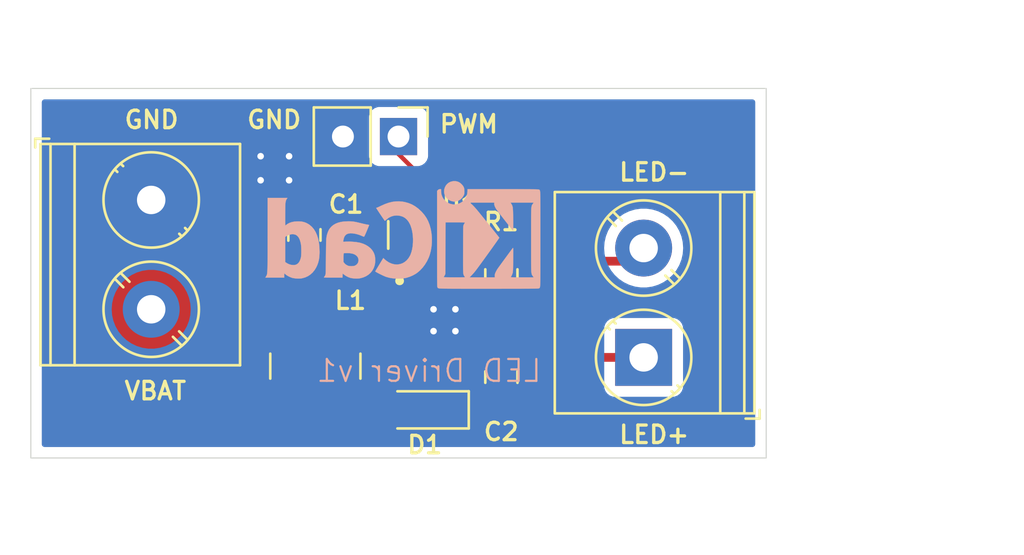
<source format=kicad_pcb>
(kicad_pcb (version 20240108) (generator "pcbnew") (generator_version "8.0")
  (title_block (title "LED Strip Driver") (date "2024-08-30") (rev "v1"))
  (layers (0 "F.Cu" signal) (31 "B.Cu" signal) (34 "B.Paste" user) (35 "F.Paste" user) (36 "B.SilkS" user "B.Silkscreen") (37 "F.SilkS" user "F.Silkscreen") (38 "B.Mask" user) (39 "F.Mask" user) (44 "Edge.Cuts" user))
  (net 0 "")
  (net 1 "GND")
  (net 2 "/VBAT")
  (net 3 "/LOAD+")
  (net 4 "/SW")
  (net 5 "/LOAD-")
  (net 6 "/PWM_CTRL")
  (footprint "Connector_PinHeader_2.54mm:PinHeader_1x02_P2.54mm_Vertical" (layer "F.Cu") (at 155.8 80.5 -90)
    (property "Reference" "J2")
    (property "Value" "Conn_01x02_Pin")
    (fp_line (start -1.33 3.87) (end 1.33 3.87) (stroke (width 0.12)) (layer "F.SilkS"))
    (fp_line (start -1.33 1.27) (end -1.33 3.87) (stroke (width 0.12)) (layer "F.SilkS"))
    (fp_line (start -1.33 1.27) (end 1.33 1.27) (stroke (width 0.12)) (layer "F.SilkS"))
    (fp_line (start 1.33 1.27) (end 1.33 3.87) (stroke (width 0.12)) (layer "F.SilkS"))
    (fp_line (start -1.33 0) (end -1.33 -1.33) (stroke (width 0.12)) (layer "F.SilkS"))
    (fp_line (start -1.33 -1.33) (end 0 -1.33) (stroke (width 0.12)) (layer "F.SilkS"))
    (pad "1" thru_hole rect (at 0 0 270) (size 1.7 1.7) (drill 1) (layers "*.Cu" "*.Mask") (net 6 "/PWM_CTRL"))
    (pad "2" thru_hole oval (at 0 2.54 270) (size 1.7 1.7) (drill 1) (layers "*.Cu" "*.Mask") (net 1 "GND"))
  )
  (footprint "Capacitor_SMD:C_0805_2012Metric_Pad1.18x1.45mm_HandSolder" (layer "F.Cu") (at 151.5 85 90)
    (property "Reference" "C1" (at 1.4 1.9 180) (layer "F.SilkS") (effects (font (size 0.8 0.8) (thickness 0.15) (bold yes))))
    (property "Value" "4.7uF")
    (fp_line (start -0.261252 -0.735) (end 0.261252 -0.735) (stroke (width 0.12)) (layer "F.SilkS"))
    (fp_line (start -0.261252 0.735) (end 0.261252 0.735) (stroke (width 0.12)) (layer "F.SilkS"))
    (pad "1" smd roundrect (at -1.0375 0 90) (size 1.175 1.45) (layers "F.Cu" "F.Paste" "F.Mask") (roundrect_rratio 0.212766) (net 2 "/VBAT"))
    (pad "2" smd roundrect (at 1.0375 0 90) (size 1.175 1.45) (layers "F.Cu" "F.Paste" "F.Mask") (roundrect_rratio 0.212766) (net 1 "GND"))
  )
  (footprint "LED Strip Driver Footprints:SOT65P210X110-5N" (layer "F.Cu") (at 156.5 85 90)
    (property "Reference" "U1" (at 1.4 2.1 180) (layer "F.SilkS") (effects (font (size 0.8 0.8) (thickness 0.15) (bold yes))))
    (property "Value" "TPS92360")
    (fp_line (start -0.625 -1.17) (end 0.625 -1.17) (stroke (width 0.127)) (layer "F.SilkS"))
    (fp_line (start 0.625 1.17) (end -0.625 1.17) (stroke (width 0.127)) (layer "F.SilkS"))
    (fp_circle (center -2.1 -0.65) (end -2 -0.65) (stroke (width 0.2)) (fill none) (layer "F.SilkS"))
    (pad "1" smd roundrect (at -0.96 -0.65 90) (size 1.19 0.4) (layers "F.Cu" "F.Paste" "F.Mask") (roundrect_rratio 0.125) (net 4 "/SW"))
    (pad "2" smd roundrect (at -0.96 0 90) (size 1.19 0.4) (layers "F.Cu" "F.Paste" "F.Mask") (roundrect_rratio 0.125) (net 1 "GND"))
    (pad "3" smd roundrect (at -0.96 0.65 90) (size 1.19 0.4) (layers "F.Cu" "F.Paste" "F.Mask") (roundrect_rratio 0.125) (net 5 "/LOAD-"))
    (pad "4" smd roundrect (at 0.96 0.65 90) (size 1.19 0.4) (layers "F.Cu" "F.Paste" "F.Mask") (roundrect_rratio 0.125) (net 6 "/PWM_CTRL"))
    (pad "5" smd roundrect (at 0.96 -0.65 90) (size 1.19 0.4) (layers "F.Cu" "F.Paste" "F.Mask") (roundrect_rratio 0.125) (net 2 "/VBAT"))
  )
  (footprint "TerminalBlock_Phoenix:TerminalBlock_Phoenix_PT-1,5-2-5.0-H_1x02_P5.00mm_Horizontal" (layer "F.Cu") (at 167 90.6 90)
    (property "Reference" "J1")
    (property "Value" "Screw_Terminal_01x02")
    (fp_line (start 7.56 -4.06) (end 7.56 5.06) (stroke (width 0.12)) (layer "F.SilkS"))
    (fp_line (start -2.56 -4.06) (end 7.56 -4.06) (stroke (width 0.12)) (layer "F.SilkS"))
    (fp_line (start -2.56 -4.06) (end -2.56 5.06) (stroke (width 0.12)) (layer "F.SilkS"))
    (fp_line (start 6.388 -1.654) (end 6.008 -1.274) (stroke (width 0.12)) (layer "F.SilkS"))
    (fp_line (start 1.388 -1.654) (end 1.281 -1.547) (stroke (width 0.12)) (layer "F.SilkS"))
    (fp_line (start 6.654 -1.388) (end 6.259 -0.992) (stroke (width 0.12)) (layer "F.SilkS"))
    (fp_line (start 1.654 -1.388) (end 1.547 -1.281) (stroke (width 0.12)) (layer "F.SilkS"))
    (fp_line (start 3.742 0.992) (end 3.347 1.388) (stroke (width 0.12)) (layer "F.SilkS"))
    (fp_line (start 3.993 1.274) (end 3.613 1.654) (stroke (width 0.12)) (layer "F.SilkS"))
    (fp_line (start -1.548 1.281) (end -1.654 1.388) (stroke (width 0.12)) (layer "F.SilkS"))
    (fp_line (start -1.282 1.547) (end -1.388 1.654) (stroke (width 0.12)) (layer "F.SilkS"))
    (fp_line (start -2.56 3.5) (end 7.56 3.5) (stroke (width 0.12)) (layer "F.SilkS"))
    (fp_line (start -2.56 4.6) (end 7.56 4.6) (stroke (width 0.12)) (layer "F.SilkS"))
    (fp_line (start -2.8 4.66) (end -2.8 5.3) (stroke (width 0.12)) (layer "F.SilkS"))
    (fp_line (start -2.56 5.06) (end 7.56 5.06) (stroke (width 0.12)) (layer "F.SilkS"))
    (fp_line (start -2.8 5.3) (end -2.4 5.3) (stroke (width 0.12)) (layer "F.SilkS"))
    (fp_circle (center 5 0) (end 7.18 0) (stroke (width 0.12)) (fill none) (layer "F.SilkS"))
    (fp_circle (center 0 0) (end 2.18 0) (stroke (width 0.12)) (fill none) (layer "F.SilkS"))
    (pad "1" thru_hole rect (at 0 0 90) (size 2.6 2.6) (drill 1.3) (layers "*.Cu" "*.Mask") (net 3 "/LOAD+"))
    (pad "2" thru_hole circle (at 5 0 90) (size 2.6 2.6) (drill 1.3) (layers "*.Cu" "*.Mask") (net 5 "/LOAD-"))
  )
  (footprint "Inductor_SMD:L_Coilcraft_LPS4018" (layer "F.Cu") (at 152 91 -90)
    (property "Reference" "L1" (at -3 -1.6 180) (layer "F.SilkS") (effects (font (size 0.8 0.8) (thickness 0.15) (bold yes))))
    (property "Value" "10uH")
    (fp_line (start -0.57 2.06) (end 0.57 2.06) (stroke (width 0.12)) (layer "F.SilkS"))
    (fp_line (start -0.57 -2.06) (end 0.57 -2.06) (stroke (width 0.12)) (layer "F.SilkS"))
    (pad "1" smd custom (at -1.765 0 270) (size 0.87 2.79) (layers "F.Cu" "F.Paste" "F.Mask") (net 2 "/VBAT") (options (clearance outline) (anchor rect)) (primitives (gr_poly (pts (xy 1.015 -1.17) (xy 0.435 -0.575) (xy 0.435 0.575) (xy 1.015 1.17) (xy 1.015 1.945) (xy 0.125 1.945) (xy -0.435 1.395) (xy -0.435 -1.395) (xy 0.125 -1.945) (xy 1.015 -1.945)) (width 0) (fill yes))))
    (pad "2" smd custom (at 1.765 0 270) (size 0.87 2.79) (layers "F.Cu" "F.Paste" "F.Mask") (net 4 "/SW") (options (clearance outline) (anchor rect)) (primitives (gr_poly (pts (xy 0.435 -1.395) (xy 0.435 1.395) (xy -0.125 1.945) (xy -1.015 1.945) (xy -1.015 1.17) (xy -0.435 0.575) (xy -0.435 -0.575) (xy -1.015 -1.17) (xy -1.015 -1.945) (xy -0.125 -1.945)) (width 0) (fill yes))))
  )
  (footprint "Capacitor_SMD:C_0805_2012Metric_Pad1.18x1.45mm_HandSolder" (layer "F.Cu") (at 160.5 91.5 90)
    (property "Reference" "C2" (at -2.5 -0.006556 180) (layer "F.SilkS") (effects (font (size 0.8 0.8) (thickness 0.15) (bold yes))))
    (property "Value" "4.7uF")
    (fp_line (start -0.261252 -0.735) (end 0.261252 -0.735) (stroke (width 0.12)) (layer "F.SilkS"))
    (fp_line (start -0.261252 0.735) (end 0.261252 0.735) (stroke (width 0.12)) (layer "F.SilkS"))
    (pad "1" smd roundrect (at -1.0375 0 90) (size 1.175 1.45) (layers "F.Cu" "F.Paste" "F.Mask") (roundrect_rratio 0.212766) (net 3 "/LOAD+"))
    (pad "2" smd roundrect (at 1.0375 0 90) (size 1.175 1.45) (layers "F.Cu" "F.Paste" "F.Mask") (roundrect_rratio 0.212766) (net 1 "GND"))
  )
  (footprint "Resistor_SMD:R_0805_2012Metric_Pad1.20x1.40mm_HandSolder" (layer "F.Cu") (at 160.5 86.8 -90)
    (property "Reference" "R1" (at -2.4 0.006556 180) (layer "F.SilkS") (effects (font (size 0.8 0.8) (thickness 0.15) (bold yes))))
    (property "Value" "4.7R")
    (fp_line (start -0.227064 0.735) (end 0.227064 0.735) (stroke (width 0.12)) (layer "F.SilkS"))
    (fp_line (start -0.227064 -0.735) (end 0.227064 -0.735) (stroke (width 0.12)) (layer "F.SilkS"))
    (pad "1" smd roundrect (at -1 0 270) (size 1.2 1.4) (layers "F.Cu" "F.Paste" "F.Mask") (roundrect_rratio 0.208333) (net 5 "/LOAD-"))
    (pad "2" smd roundrect (at 1 0 270) (size 1.2 1.4) (layers "F.Cu" "F.Paste" "F.Mask") (roundrect_rratio 0.208333) (net 1 "GND"))
  )
  (footprint "TerminalBlock_Phoenix:TerminalBlock_Phoenix_PT-1,5-2-5.0-H_1x02_P5.00mm_Horizontal" (layer "F.Cu") (at 144.5 83.4 -90)
    (property "Reference" "J3")
    (property "Value" "Screw_Terminal_01x02")
    (fp_line (start -2.8 5.3) (end -2.4 5.3) (stroke (width 0.12)) (layer "F.SilkS"))
    (fp_line (start -2.56 5.06) (end 7.56 5.06) (stroke (width 0.12)) (layer "F.SilkS"))
    (fp_line (start -2.8 4.66) (end -2.8 5.3) (stroke (width 0.12)) (layer "F.SilkS"))
    (fp_line (start -2.56 4.6) (end 7.56 4.6) (stroke (width 0.12)) (layer "F.SilkS"))
    (fp_line (start -2.56 3.5) (end 7.56 3.5) (stroke (width 0.12)) (layer "F.SilkS"))
    (fp_line (start -1.282 1.547) (end -1.388 1.654) (stroke (width 0.12)) (layer "F.SilkS"))
    (fp_line (start -1.548 1.281) (end -1.654 1.388) (stroke (width 0.12)) (layer "F.SilkS"))
    (fp_line (start 3.993 1.274) (end 3.613 1.654) (stroke (width 0.12)) (layer "F.SilkS"))
    (fp_line (start 3.742 0.992) (end 3.347 1.388) (stroke (width 0.12)) (layer "F.SilkS"))
    (fp_line (start 1.654 -1.388) (end 1.547 -1.281) (stroke (width 0.12)) (layer "F.SilkS"))
    (fp_line (start 6.654 -1.388) (end 6.259 -0.992) (stroke (width 0.12)) (layer "F.SilkS"))
    (fp_line (start 1.388 -1.654) (end 1.281 -1.547) (stroke (width 0.12)) (layer "F.SilkS"))
    (fp_line (start 6.388 -1.654) (end 6.008 -1.274) (stroke (width 0.12)) (layer "F.SilkS"))
    (fp_line (start -2.56 -4.06) (end -2.56 5.06) (stroke (width 0.12)) (layer "F.SilkS"))
    (fp_line (start -2.56 -4.06) (end 7.56 -4.06) (stroke (width 0.12)) (layer "F.SilkS"))
    (fp_line (start 7.56 -4.06) (end 7.56 5.06) (stroke (width 0.12)) (layer "F.SilkS"))
    (fp_circle (center 0 0) (end 2.18 0) (stroke (width 0.12)) (fill none) (layer "F.SilkS"))
    (fp_circle (center 5 0) (end 7.18 0) (stroke (width 0.12)) (fill none) (layer "F.SilkS"))
    (pad "1" thru_hole rect (at 0 0 270) (size 2.6 2.6) (drill 1.3) (layers "*.Cu" "*.Mask") (net 1 "GND"))
    (pad "2" thru_hole circle (at 5 0 270) (size 2.6 2.6) (drill 1.3) (layers "*.Cu" "*.Mask") (net 2 "/VBAT"))
  )
  (footprint "Diode_SMD:D_SOD-323_HandSoldering" (layer "F.Cu") (at 157 93 180)
    (property "Reference" "D1" (at 0 -1.6 0) (layer "F.SilkS") (effects (font (size 0.8 0.8) (thickness 0.15) (bold yes))))
    (property "Value" "D_Schottky")
    (fp_line (start -2.01 0.85) (end 1.25 0.85) (stroke (width 0.12)) (layer "F.SilkS"))
    (fp_line (start -2.01 -0.85) (end 1.25 -0.85) (stroke (width 0.12)) (layer "F.SilkS"))
    (fp_line (start -2.01 -0.85) (end -2.01 0.85) (stroke (width 0.12)) (layer "F.SilkS"))
    (pad "1" smd roundrect (at -1.25 0 180) (size 1 1) (layers "F.Cu" "F.Paste" "F.Mask") (net 3 "/LOAD+"))
    (pad "2" smd roundrect (at 1.25 0 180) (size 1 1) (layers "F.Cu" "F.Paste" "F.Mask") (net 4 "/SW"))
  )
  (footprint "Symbol:KiCad-Logo_5mm_SilkScreen" (layer "B.Cu") (at 156.005698 85.517938 180)
    (property "Reference" "REF**" (hide yes))
    (property "Value" "KiCad-Logo_5mm_SilkScreen" (hide yes))
    (fp_poly (pts (xy -2.273043 2.973429) (xy -2.176768 2.949191) (xy -2.090184 2.906359) (xy -2.015373 2.846581) (xy -1.954418 2.771506) (xy -1.909399 2.68278) (xy -1.883136 2.58647) (xy -1.877286 2.489205) (xy -1.89214 2.395346) (xy -1.92584 2.307489) (xy -1.976528 2.22823) (xy -2.042345 2.160164) (xy -2.121434 2.105888) (xy -2.211934 2.067998) (xy -2.2632 2.055574) (xy -2.307698 2.048053) (xy -2.341999 2.045081) (xy -2.37496 2.046906) (xy -2.415434 2.053775) (xy -2.448531 2.06075) (xy -2.541947 2.092259) (xy -2.625619 2.143383) (xy -2.697665 2.212571) (xy -2.7562 2.298272) (xy -2.770148 2.325511) (xy -2.786586 2.361878) (xy -2.796894 2.392418) (xy -2.80246 2.42455) (xy -2.804669 2.465693) (xy -2.804948 2.511778) (xy -2.800861 2.596135) (xy -2.787446 2.665414) (xy -2.762256 2.726039) (xy -2.722846 2.784433) (xy -2.684298 2.828698) (xy -2.612406 2.894516) (xy -2.537313 2.939947) (xy -2.454562 2.96715) (xy -2.376928 2.977424) (xy -2.273043 2.973429)) (stroke (width 0.01)) (fill solid) (layer "B.SilkS"))
    (fp_poly (pts (xy 0.328429 2.050929) (xy 0.48857 2.029755) (xy 0.65251 1.989615) (xy 0.822313 1.930111) (xy 1.000043 1.850846) (xy 1.01131 1.845301) (xy 1.069005 1.817275) (xy 1.120552 1.793198) (xy 1.162191 1.774751) (xy 1.190162 1.763614) (xy 1.199733 1.761067) (xy 1.21895 1.756059) (xy 1.223561 1.751853) (xy 1.218458 1.74142) (xy 1.202418 1.715132) (xy 1.177288 1.675743) (xy 1.144914 1.626009) (xy 1.107143 1.568685) (xy 1.065822 1.506524) (xy 1.022798 1.442282) (xy 0.979917 1.378715) (xy 0.939026 1.318575) (xy 0.901971 1.26462) (xy 0.8706 1.219603) (xy 0.846759 1.186279) (xy 0.832294 1.167403) (xy 0.830309 1.165213) (xy 0.820191 1.169862) (xy 0.79785 1.187038) (xy 0.76728 1.21356) (xy 0.751536 1.228036) (xy 0.655047 1.303318) (xy 0.548336 1.358759) (xy 0.432832 1.393859) (xy 0.309962 1.40812) (xy 0.240561 1.406949) (xy 0.119423 1.389788) (xy 0.010205 1.353906) (xy -0.087418 1.299041) (xy -0.173772 1.22493) (xy -0.249185 1.131312) (xy -0.313982 1.017924) (xy -0.351399 0.931333) (xy -0.395252 0.795634) (xy -0.427572 0.64815) (xy -0.448443 0.492686) (xy -0.457949 0.333044) (xy -0.456173 0.173027) (xy -0.443197 0.016439) (xy -0.419106 -0.132918) (xy -0.383982 -0.27124) (xy -0.337908 -0.394724) (xy -0.321627 -0.428978) (xy -0.25338 -0.543064) (xy -0.172921 -0.639557) (xy -0.08143 -0.71767) (xy 0.019911 -0.776617) (xy 0.12992 -0.815612) (xy 0.247415 -0.833868) (xy 0.288883 -0.835211) (xy 0.410441 -0.82429) (xy 0.530878 -0.791474) (xy 0.648666 -0.737439) (xy 0.762277 -0.662865) (xy 0.853685 -0.584539) (xy 0.900215 -0.540008) (xy 1.081483 -0.837271) (xy 1.12658 -0.911433) (xy 1.167819 -0.979646) (xy 1.203735 -1.039459) (xy 1.232866 -1.08842) (xy 1.25375 -1.124079) (xy 1.264924 -1.143984) (xy 1.266375 -1.147079) (xy 1.258146 -1.156718) (xy 1.232567 -1.173999) (xy 1.192873 -1.197283) (xy 1.142297 -1.224934) (xy 1.084074 -1.255315) (xy 1.021437 -1.28679) (xy 0.957621 -1.317722) (xy 0.89586 -1.346473) (xy 0.839388 -1.371408) (xy 0.791438 -1.390889) (xy 0.767986 -1.399318) (xy 0.634221 -1.437133) (xy 0.496327 -1.462136) (xy 0.348622 -1.47514) (xy 0.221833 -1.477468) (xy 0.153878 -1.476373) (xy 0.088277 -1.474275) (xy 0.030847 -1.471434) (xy -0.012597 -1.468106) (xy -0.026702 -1.466422) (xy -0.165716 -1.437587) (xy -0.307243 -1.392468) (xy -0.444725 -1.33375) (xy -0.571606 -1.26412) (xy -0.649111 -1.211441) (xy -0.776519 -1.103239) (xy -0.894822 -0.976671) (xy -1.001828 -0.834866) (xy -1.095348 -0.680951) (xy -1.17319 -0.518053) (xy -1.217044 -0.400756) (xy -1.267292 -0.217128) (xy -1.300791 -0.022581) (xy -1.317551 0.178675) (xy -1.317584 0.382432) (xy -1.300899 0.584479) (xy -1.267507 0.780608) (xy -1.21742 0.966609) (xy -1.213603 0.978197) (xy -1.150719 1.14025) (xy -1.073972 1.288168) (xy -0.980758 1.426135) (xy -0.868473 1.558339) (xy -0.824608 1.603601) (xy -0.688466 1.727543) (xy -0.548509 1.830085) (xy -0.402589 1.912344) (xy -0.248558 1.975436) (xy -0.084268 2.020477) (xy 0.011289 2.037967) (xy 0.170023 2.053534) (xy 0.328429 2.050929)) (stroke (width 0.01)) (fill solid) (layer "B.SilkS"))
    (fp_poly (pts (xy 6.186507 0.527755) (xy 6.186526 0.293338) (xy 6.186552 0.080397) (xy 6.186625 -0.112168) (xy 6.186782 -0.285459) (xy 6.187064 -0.440576) (xy 6.187509 -0.57862) (xy 6.188156 -0.700692) (xy 6.189045 -0.807894) (xy 6.190213 -0.901326) (xy 6.191701 -0.98209) (xy 6.193546 -1.051286) (xy 6.195789 -1.110015) (xy 6.198469 -1.159379) (xy 6.201623 -1.200478) (xy 6.205292 -1.234413) (xy 6.209513 -1.262286) (xy 6.214327 -1.285198) (xy 6.219773 -1.304249) (xy 6.225888 -1.32054) (xy 6.232712 -1.335173) (xy 6.240285 -1.349249) (xy 6.248645 -1.363868) (xy 6.253839 -1.372974) (xy 6.288104 -1.433689) (xy 5.429955 -1.433689) (xy 5.429955 -1.337733) (xy 5.429224 -1.29437) (xy 5.427272 -1.261205) (xy 5.424463 -1.243424) (xy 5.423221 -1.241778) (xy 5.411799 -1.248662) (xy 5.389084 -1.266505) (xy 5.366385 -1.285879) (xy 5.3118 -1.326614) (xy 5.242321 -1.367617) (xy 5.16527 -1.405123) (xy 5.087965 -1.435364) (xy 5.057113 -1.445012) (xy 4.988616 -1.459578) (xy 4.905764 -1.469539) (xy 4.816371 -1.474583) (xy 4.728248 -1.474396) (xy 4.649207 -1.468666) (xy 4.611511 -1.462858) (xy 4.473414 -1.424797) (xy 4.346113 -1.367073) (xy 4.230292 -1.290211) (xy 4.126637 -1.194739) (xy 4.035833 -1.081179) (xy 3.969031 -0.970381) (xy 3.914164 -0.853625) (xy 3.872163 -0.734276) (xy 3.842167 -0.608283) (xy 3.823311 -0.471594) (xy 3.814732 -0.320158) (xy 3.814006 -0.242711) (xy 3.8161 -0.185934) (xy 4.645217 -0.185934) (xy 4.645424 -0.279002) (xy 4.648337 -0.366692) (xy 4.654 -0.443772) (xy 4.662455 -0.505009) (xy 4.665038 -0.51735) (xy 4.69684 -0.624633) (xy 4.738498 -0.711658) (xy 4.790363 -0.778642) (xy 4.852781 -0.825805) (xy 4.9261 -0.853365) (xy 5.010669 -0.861541) (xy 5.106835 -0.850551) (xy 5.170311 -0.834829) (xy 5.219454 -0.816639) (xy 5.273583 -0.790791) (xy 5.314244 -0.767089) (xy 5.3848 -0.720721) (xy 5.3848 0.42947) (xy 5.317392 0.473038) (xy 5.238867 0.51396) (xy 5.154681 0.540611) (xy 5.069557 0.552535) (xy 4.988216 0.549278) (xy 4.91538 0.530385) (xy 4.883426 0.514816) (xy 4.825501 0.471819) (xy 4.776544 0.415047) (xy 4.73539 0.342425) (xy 4.700874 0.251879) (xy 4.671833 0.141334) (xy 4.670552 0.135467) (xy 4.660381 0.073212) (xy 4.652739 -0.004594) (xy 4.64767 -0.09272) (xy 4.645217 -0.185934) (xy 3.8161 -0.185934) (xy 3.821857 -0.029895) (xy 3.843802 0.165941) (xy 3.879786 0.344668) (xy 3.929759 0.506155) (xy 3.993668 0.650274) (xy 4.071462 0.776894) (xy 4.163089 0.885885) (xy 4.268497 0.977117) (xy 4.313662 1.008068) (xy 4.414611 1.064215) (xy 4.517901 1.103826) (xy 4.627989 1.127986) (xy 4.74933 1.137781) (xy 4.841836 1.136735) (xy 4.97149 1.125769) (xy 5.084084 1.103954) (xy 5.182875 1.070286) (xy 5.271121 1.023764) (xy 5.319986 0.989552) (xy 5.349353 0.967638) (xy 5.371043 0.952667) (xy 5.379253 0.948267) (xy 5.380868 0.959096) (xy 5.382159 0.989749) (xy 5.383138 1.037474) (xy 5.383817 1.099521) (xy 5.38421 1.173138) (xy 5.38433 1.255573) (xy 5.384188 1.344075) (xy 5.383797 1.435893) (xy 5.383171 1.528276) (xy 5.38232 1.618472) (xy 5.38126 1.703729) (xy 5.380001 1.781297) (xy 5.378556 1.848424) (xy 5.376938 1.902359) (xy 5.375161 1.94035) (xy 5.374669 1.947333) (xy 5.367092 2.017749) (xy 5.355531 2.072898) (xy 5.337792 2.120019) (xy 5.311682 2.166353) (xy 5.305415 2.175933) (xy 5.280983 2.212622) (xy 6.186311 2.212622) (xy 6.186507 0.527755)) (stroke (width 0.01)) (fill solid) (layer "B.SilkS"))
    (fp_poly (pts (xy 2.673574 1.133448) (xy 2.825492 1.113433) (xy 2.960756 1.079798) (xy 3.080239 1.032275) (xy 3.184815 0.970595) (xy 3.262424 0.907035) (xy 3.331265 0.832901) (xy 3.385006 0.753129) (xy 3.42791 0.660909) (xy 3.443384 0.617839) (xy 3.456244 0.578858) (xy 3.467446 0.542711) (xy 3.47712 0.507566) (xy 3.485396 0.47159) (xy 3.492403 0.43295) (xy 3.498272 0.389815) (xy 3.503131 0.340351) (xy 3.50711 0.282727) (xy 3.51034 0.215109) (xy 3.512949 0.135666) (xy 3.515067 0.042564) (xy 3.516824 -0.066027) (xy 3.518349 -0.191942) (xy 3.519772 -0.337012) (xy 3.521025 -0.479778) (xy 3.522351 -0.635968) (xy 3.523556 -0.771239) (xy 3.524766 -0.887246) (xy 3.526106 -0.985645) (xy 3.5277 -1.068093) (xy 3.529675 -1.136246) (xy 3.532156 -1.19176) (xy 3.535269 -1.236292) (xy 3.539138 -1.271498) (xy 3.543889 -1.299034) (xy 3.549648 -1.320556) (xy 3.556539 -1.337722) (xy 3.564689 -1.352186) (xy 3.574223 -1.365606) (xy 3.585266 -1.379638) (xy 3.589566 -1.385071) (xy 3.605386 -1.40791) (xy 3.612422 -1.423463) (xy 3.612444 -1.423922) (xy 3.601567 -1.426121) (xy 3.570582 -1.428147) (xy 3.521957 -1.429942) (xy 3.458163 -1.431451) (xy 3.381669 -1.432616) (xy 3.294944 -1.43338) (xy 3.200457 -1.433686) (xy 3.18955 -1.433689) (xy 2.766657 -1.433689) (xy 2.763395 -1.337622) (xy 2.760133 -1.241556) (xy 2.698044 -1.292543) (xy 2.600714 -1.360057) (xy 2.490813 -1.414749) (xy 2.404349 -1.444978) (xy 2.335278 -1.459666) (xy 2.251925 -1.469659) (xy 2.162159 -1.474646) (xy 2.073845 -1.474313) (xy 1.994851 -1.468351) (xy 1.958622 -1.462638) (xy 1.818603 -1.424776) (xy 1.692178 -1.369932) (xy 1.58026 -1.298924) (xy 1.483762 -1.212568) (xy 1.4036 -1.111679) (xy 1.340687 -0.997076) (xy 1.296312 -0.870984) (xy 1.283978 -0.814401) (xy 1.276368 -0.752202) (xy 1.272739 -0.677363) (xy 1.272245 -0.643467) (xy 1.27231 -0.640282) (xy 2.032248 -0.640282) (xy 2.041541 -0.715333) (xy 2.069728 -0.77916) (xy 2.118197 -0.834798) (xy 2.123254 -0.839211) (xy 2.171548 -0.874037) (xy 2.223257 -0.89662) (xy 2.283989 -0.90854) (xy 2.359352 -0.911383) (xy 2.377459 -0.910978) (xy 2.431278 -0.908325) (xy 2.471308 -0.902909) (xy 2.506324 -0.892745) (xy 2.545103 -0.87585) (xy 2.555745 -0.870672) (xy 2.616396 -0.834844) (xy 2.663215 -0.792212) (xy 2.675952 -0.776973) (xy 2.720622 -0.720462) (xy 2.720622 -0.524586) (xy 2.720086 -0.445939) (xy 2.718396 -0.387988) (xy 2.715428 -0.348875) (xy 2.711057 -0.326741) (xy 2.706972 -0.320274) (xy 2.691047 -0.317111) (xy 2.657264 -0.314488) (xy 2.61034 -0.312655) (xy 2.554993 -0.311857) (xy 2.546106 -0.311842) (xy 2.42533 -0.317096) (xy 2.32266 -0.333263) (xy 2.236106 -0.360961) (xy 2.163681 -0.400808) (xy 2.108751 -0.447758) (xy 2.064204 -0.505645) (xy 2.03948 -0.568693) (xy 2.032248 -0.640282) (xy 1.27231 -0.640282) (xy 1.274178 -0.549712) (xy 1.282522 -0.470812) (xy 1.298768 -0.39959) (xy 1.324405 -0.328864) (xy 1.348401 -0.276493) (xy 1.40702 -0.181196) (xy 1.485117 -0.09317) (xy 1.580315 -0.014017) (xy 1.690238 0.05466) (xy 1.81251 0.111259) (xy 1.944755 0.154179) (xy 2.009422 0.169118) (xy 2.145604 0.191223) (xy 2.294049 0.205806) (xy 2.445505 0.212187) (xy 2.572064 0.210555) (xy 2.73395 0.203776) (xy 2.72653 0.262755) (xy 2.707238 0.361908) (xy 2.676104 0.442628) (xy 2.632269 0.505534) (xy 2.574871 0.551244) (xy 2.503048 0.580378) (xy 2.415941 0.593553) (xy 2.312686 0.591389) (xy 2.274711 0.587388) (xy 2.13352 0.56222) (xy 1.996707 0.521186) (xy 1.902178 0.483185) (xy 1.857018 0.46381) (xy 1.818585 0.44824) (xy 1.792234 0.438595) (xy 1.784546 0.436548) (xy 1.774802 0.445626) (xy 1.758083 0.474595) (xy 1.734232 0.523783) (xy 1.703093 0.593516) (xy 1.664507 0.684121) (xy 1.65791 0.699911) (xy 1.627853 0.772228) (xy 1.600874 0.837575) (xy 1.578136 0.893094) (xy 1.560806 0.935928) (xy 1.550048 0.963219) (xy 1.546941 0.972058) (xy 1.55694 0.976813) (xy 1.583217 0.98209) (xy 1.611489 0.985769) (xy 1.641646 0.990526) (xy 1.689433 0.999972) (xy 1.750612 1.01318) (xy 1.820946 1.029224) (xy 1.896194 1.04718) (xy 1.924755 1.054203) (xy 2.029816 1.079791) (xy 2.11748 1.099853) (xy 2.192068 1.115031) (xy 2.257903 1.125965) (xy 2.319307 1.133296) (xy 2.380602 1.137665) (xy 2.44611 1.139713) (xy 2.504128 1.140111) (xy 2.673574 1.133448)) (stroke (width 0.01)) (fill solid) (layer "B.SilkS"))
    (fp_poly (pts (xy -2.9464 2.510946) (xy -2.935535 2.397007) (xy -2.903918 2.289384) (xy -2.853015 2.190385) (xy -2.784293 2.102316) (xy -2.699219 2.027484) (xy -2.602232 1.969616) (xy -2.495964 1.929995) (xy -2.38895 1.911427) (xy -2.2833 1.912566) (xy -2.181125 1.93207) (xy -2.084534 1.968594) (xy -1.995638 2.020795) (xy -1.916546 2.087327) (xy -1.849369 2.166848) (xy -1.796217 2.258013) (xy -1.759199 2.359477) (xy -1.740427 2.469898) (xy -1.738489 2.519794) (xy -1.738489 2.607733) (xy -1.68656 2.607733) (xy -1.650253 2.604889) (xy -1.623355 2.593089) (xy -1.596249 2.569351) (xy -1.557867 2.530969) (xy -1.557867 0.339398) (xy -1.557876 0.077261) (xy -1.557908 -0.163241) (xy -1.557972 -0.383048) (xy -1.558076 -0.583101) (xy -1.558227 -0.764344) (xy -1.558434 -0.927716) (xy -1.558706 -1.07416) (xy -1.55905 -1.204617) (xy -1.559474 -1.320029) (xy -1.559987 -1.421338) (xy -1.560597 -1.509484) (xy -1.561312 -1.58541) (xy -1.56214 -1.650057) (xy -1.563089 -1.704367) (xy -1.564167 -1.74928) (xy -1.565383 -1.78574) (xy -1.566745 -1.814687) (xy -1.568261 -1.837063) (xy -1.569938 -1.853809) (xy -1.571786 -1.865868) (xy -1.573813 -1.87418) (xy -1.576025 -1.879687) (xy -1.577108 -1.881537) (xy -1.581271 -1.888549) (xy -1.584805 -1.894996) (xy -1.588635 -1.9009) (xy -1.593682 -1.906286) (xy -1.600871 -1.911178) (xy -1.611123 -1.915598) (xy -1.625364 -1.919572) (xy -1.644514 -1.923121) (xy -1.669499 -1.92627) (xy -1.70124 -1.929042) (xy -1.740662 -1.931461) (xy -1.788686 -1.933551) (xy -1.846237 -1.935335) (xy -1.914237 -1.936837) (xy -1.99361 -1.93808) (xy -2.085279 -1.939089) (xy -2.190166 -1.939885) (xy -2.309196 -1.940494) (xy -2.44329 -1.940939) (xy -2.593373 -1.941243) (xy -2.760367 -1.94143) (xy -2.945196 -1.941524) (xy -3.148783 -1.941548) (xy -3.37205 -1.941525) (xy -3.615922 -1.94148) (xy -3.881321 -1.941437) (xy -3.919704 -1.941432) (xy -4.186682 -1.941389) (xy -4.432002 -1.941318) (xy -4.656583 -1.941213) (xy -4.861345 -1.941066) (xy -5.047206 -1.940869) (xy -5.215088 -1.940616) (xy -5.365908 -1.9403) (xy -5.500587 -1.939913) (xy -5.620044 -1.939447) (xy -5.725199 -1.938897) (xy -5.816971 -1.938253) (xy -5.896279 -1.937511) (xy -5.964043 -1.936661) (xy -6.021182 -1.935697) (xy -6.068617 -1.934611) (xy -6.107266 -1.933397) (xy -6.138049 -1.932047) (xy -6.161885 -1.930555) (xy -6.179694 -1.928911) (xy -6.192395 -1.927111) (xy -6.200908 -1.925145) (xy -6.205266 -1.923477) (xy -6.213728 -1.919906) (xy -6.221497 -1.91727) (xy -6.228602 -1.914634) (xy -6.235073 -1.911062) (xy -6.240939 -1.905621) (xy -6.246229 -1.897375) (xy -6.250974 -1.88539) (xy -6.255202 -1.868731) (xy -6.258943 -1.846463) (xy -6.262227 -1.817652) (xy -6.265083 -1.781363) (xy -6.26754 -1.736661) (xy -6.269629 -1.682611) (xy -6.271378 -1.618279) (xy -6.272817 -1.54273) (xy -6.273976 -1.45503) (xy -6.274883 -1.354243) (xy -6.275569 -1.239434) (xy -6.276063 -1.10967) (xy -6.276395 -0.964015) (xy -6.276593 -0.801535) (xy -6.276687 -0.621295) (xy -6.276708 -0.42236) (xy -6.276685 -0.203796) (xy -6.276646 0.035332) (xy -6.276622 0.29596) (xy -6.276622 0.338111) (xy -6.276636 0.601008) (xy -6.276661 0.842268) (xy -6.276671 1.062835) (xy -6.276642 1.263648) (xy -6.276548 1.445651) (xy -6.276362 1.609784) (xy -6.276059 1.756989) (xy -6.275614 1.888208) (xy -6.275034 1.998133) (xy -5.972197 1.998133) (xy -5.932407 1.940289) (xy -5.921236 1.924521) (xy -5.911166 1.910559) (xy -5.902138 1.897216) (xy -5.894097 1.883307) (xy -5.886986 1.867644) (xy -5.880747 1.849042) (xy -5.875325 1.826314) (xy -5.870662 1.798273) (xy -5.866701 1.763733) (xy -5.863385 1.721508) (xy -5.860659 1.670411) (xy -5.858464 1.609256) (xy -5.856745 1.536856) (xy -5.855444 1.452025) (xy -5.854505 1.353578) (xy -5.85387 1.240326) (xy -5.853484 1.111084) (xy -5.853288 0.964666) (xy -5.853227 0.799884) (xy -5.853243 0.615553) (xy -5.85328 0.410487) (xy -5.853289 0.287867) (xy -5.853265 0.070918) (xy -5.853231 -0.124642) (xy -5.853243 -0.299999) (xy -5.853358 -0.456341) (xy -5.85363 -0.594857) (xy -5.854118 -0.716734) (xy -5.854876 -0.82316) (xy -5.855962 -0.915322) (xy -5.857431 -0.994409) (xy -5.85934 -1.061608) (xy -5.861744 -1.118107) (xy -5.864701 -1.165093) (xy -5.868266 -1.203755) (xy -5.872495 -1.23528) (xy -5.877446 -1.260855) (xy -5.883173 -1.28167) (xy -5.889733 -1.298911) (xy -5.897183 -1.313765) (xy -5.905579 -1.327422) (xy -5.914976 -1.341069) (xy -5.925432 -1.355893) (xy -5.931523 -1.364783) (xy -5.970296 -1.4224) (xy -5.438732 -1.4224) (xy -5.315483 -1.422365) (xy -5.212987 -1.422215) (xy -5.12942 -1.421878) (xy -5.062956 -1.421286) (xy -5.011771 -1.420367) (xy -4.974041 -1.419051) (xy -4.94794 -1.417269) (xy -4.931644 -1.414951) (xy -4.923328 -1.412026) (xy -4.921168 -1.408424) (xy -4.923339 -1.404075) (xy -4.924535 -1.402645) (xy -4.949685 -1.365573) (xy -4.975583 -1.312772) (xy -4.999192 -1.25077) (xy -5.007461 -1.224357) (xy -5.012078 -1.206416) (xy -5.015979 -1.185355) (xy -5.019248 -1.159089) (xy -5.021966 -1.125532) (xy -5.024215 -1.082599) (xy -5.026077 -1.028204) (xy -5.027636 -0.960262) (xy -5.028972 -0.876688) (xy -5.030169 -0.775395) (xy -5.031308 -0.6543) (xy -5.031685 -0.6096) (xy -5.032702 -0.484449) (xy -5.03346 -0.380082) (xy -5.033903 -0.294707) (xy -5.03397 -0.226533) (xy -5.033605 -0.173765) (xy -5.032748 -0.134614) (xy -5.031341 -0.107285) (xy -5.029325 -0.089986) (xy -5.026643 -0.080926) (xy -5.023236 -0.078312) (xy -5.019044 -0.080351) (xy -5.014571 -0.084667) (xy -5.004216 -0.097602) (xy -4.982158 -0.126676) (xy -4.949957 -0.169759) (xy -4.909174 -0.224718) (xy -4.86137 -0.289423) (xy -4.808105 -0.361742) (xy -4.75094 -0.439544) (xy -4.691437 -0.520698) (xy -4.631155 -0.603072) (xy -4.571655 -0.684536) (xy -4.514498 -0.762957) (xy -4.461245 -0.836204) (xy -4.413457 -0.902147) (xy -4.372693 -0.958654) (xy -4.340516 -1.003593) (xy -4.318485 -1.034834) (xy -4.313917 -1.041466) (xy -4.290996 -1.078369) (xy -4.264188 -1.126359) (xy -4.238789 -1.175897) (xy -4.235568 -1.182577) (xy -4.21389 -1.230772) (xy -4.201304 -1.268334) (xy -4.195574 -1.30416) (xy -4.194456 -1.3462) (xy -4.19509 -1.4224) (xy -3.040651 -1.4224) (xy -3.131815 -1.328669) (xy -3.178612 -1.278775) (xy -3.228899 -1.222295) (xy -3.274944 -1.168026) (xy -3.295369 -1.142673) (xy -3.325807 -1.103128) (xy -3.365862 -1.049916) (xy -3.414361 -0.984667) (xy -3.470135 -0.909011) (xy -3.532011 -0.824577) (xy -3.598819 -0.732994) (xy -3.669387 -0.635892) (xy -3.742545 -0.534901) (xy -3.817121 -0.43165) (xy -3.891944 -0.327768) (xy -3.965843 -0.224885) (xy -4.037646 -0.124631) (xy -4.106184 -0.028636) (xy -4.170284 0.061473) (xy -4.228775 0.144064) (xy -4.280486 0.217508) (xy -4.324247 0.280176) (xy -4.358885 0.330439) (xy -4.38323 0.366666) (xy -4.396111 0.387229) (xy -4.397869 0.391332) (xy -4.38991 0.402658) (xy -4.369115 0.429838) (xy -4.336847 0.471171) (xy -4.29447 0.524956) (xy -4.243347 0.589494) (xy -4.184841 0.663082) (xy -4.120314 0.744022) (xy -4.051131 0.830612) (xy -3.978653 0.921152) (xy -3.904246 1.01394) (xy -3.844517 1.088298) (xy -2.833511 1.088298) (xy -2.827602 1.075341) (xy -2.813272 1.053092) (xy -2.812225 1.051609) (xy -2.793438 1.021456) (xy -2.773791 0.984625) (xy -2.769892 0.976489) (xy -2.766356 0.96806) (xy -2.76323 0.957941) (xy -2.760486 0.94474) (xy -2.758092 0.927062) (xy -2.756019 0.903516) (xy -2.754235 0.872707) (xy -2.752712 0.833243) (xy -2.751419 0.783731) (xy -2.750326 0.722777) (xy -2.749403 0.648989) (xy -2.748619 0.560972) (xy -2.747945 0.457335) (xy -2.74735 0.336684) (xy -2.746805 0.197626) (xy -2.746279 0.038768) (xy -2.745745 -0.140089) (xy -2.745206 -0.325207) (xy -2.744772 -0.489145) (xy -2.744509 -0.633303) (xy -2.744484 -0.759079) (xy -2.744765 -0.867871) (xy -2.745419 -0.961077) (xy -2.746514 -1.040097) (xy -2.748118 -1.106328) (xy -2.750297 -1.16117) (xy -2.753119 -1.206021) (xy -2.756651 -1.242278) (xy -2.760961 -1.271341) (xy -2.766117 -1.294609) (xy -2.772185 -1.313479) (xy -2.779233 -1.329351) (xy -2.787329 -1.343622) (xy -2.79654 -1.357691) (xy -2.80504 -1.370158) (xy -2.822176 -1.396452) (xy -2.832322 -1.414037) (xy -2.833511 -1.417257) (xy -2.822604 -1.418334) (xy -2.791411 -1.419335) (xy -2.742223 -1.420235) (xy -2.677333 -1.42101) (xy -2.59903 -1.421637) (xy -2.509607 -1.422091) (xy -2.411356 -1.422349) (xy -2.342445 -1.4224) (xy -2.237452 -1.42218) (xy -2.14061 -1.421548) (xy -2.054107 -1.420549) (xy -1.980132 -1.419227) (xy -1.920874 -1.417626) (xy -1.87852 -1.415791) (xy -1.85526 -1.413765) (xy -1.851378 -1.412493) (xy -1.859076 -1.397591) (xy -1.867074 -1.38956) (xy -1.880246 -1.372434) (xy -1.897485 -1.342183) (xy -1.909407 -1.317622) (xy -1.936045 -1.258711) (xy -1.93912 -0.081845) (xy -1.942195 1.095022) (xy -2.387853 1.095022) (xy -2.48567 1.094858) (xy -2.576064 1.094389) (xy -2.65663 1.093653) (xy -2.724962 1.092684) (xy -2.778656 1.09152) (xy -2.815305 1.090197) (xy -2.832504 1.088751) (xy -2.833511 1.088298) (xy -3.844517 1.088298) (xy -3.82927 1.107278) (xy -3.75509 1.199463) (xy -3.683069 1.288796) (xy -3.614569 1.373576) (xy -3.550955 1.452102) (xy -3.493588 1.522674) (xy -3.443833 1.583591) (xy -3.403052 1.633153) (xy -3.385888 1.653822) (xy -3.299596 1.754484) (xy -3.222997 1.837741) (xy -3.154183 1.905562) (xy -3.091248 1.959911) (xy -3.081867 1.967278) (xy -3.042356 1.997883) (xy -4.174116 1.998133) (xy -4.168827 1.950156) (xy -4.17213 1.892812) (xy -4.193661 1.824537) (xy -4.233635 1.744788) (xy -4.278943 1.672505) (xy -4.295161 1.64986) (xy -4.323214 1.612304) (xy -4.36143 1.561979) (xy -4.408137 1.501027) (xy -4.461661 1.431589) (xy -4.520331 1.355806) (xy -4.582475 1.27582) (xy -4.646421 1.193772) (xy -4.710495 1.111804) (xy -4.773027 1.032057) (xy -4.832343 0.956673) (xy -4.886771 0.887793) (xy -4.934639 0.827558) (xy -4.974275 0.778111) (xy -5.004006 0.741592) (xy -5.022161 0.720142) (xy -5.02522 0.716844) (xy -5.028079 0.724851) (xy -5.030293 0.755145) (xy -5.031857 0.807444) (xy -5.032767 0.881469) (xy -5.03302 0.976937) (xy -5.032613 1.093566) (xy -5.031704 1.213555) (xy -5.030382 1.345667) (xy -5.028857 1.457406) (xy -5.026881 1.550975) (xy -5.024206 1.628581) (xy -5.020582 1.692426) (xy -5.015761 1.744717) (xy -5.009494 1.787656) (xy -5.001532 1.823449) (xy -4.991627 1.8543) (xy -4.979531 1.882414) (xy -4.964993 1.909995) (xy -4.950311 1.935034) (xy -4.912314 1.998133) (xy -5.972197 1.998133) (xy -6.275034 1.998133) (xy -6.275001 2.004383) (xy -6.274195 2.106456) (xy -6.27317 2.195367) (xy -6.2719 2.272059) (xy -6.27036 2.337473) (xy -6.268524 2.392551) (xy -6.266367 2.438235) (xy -6.263863 2.475466) (xy -6.260987 2.505187) (xy -6.257713 2.528338) (xy -6.254015 2.545861) (xy -6.249869 2.558699) (xy -6.245247 2.567792) (xy -6.240126 2.574082) (xy -6.234478 2.578512) (xy -6.228279 2.582022) (xy -6.221504 2.585555) (xy -6.215508 2.589124) (xy -6.210275 2.5917) (xy -6.202099 2.594028) (xy -6.189886 2.596122) (xy -6.172541 2.597993) (xy -6.148969 2.599653) (xy -6.118077 2.601116) (xy -6.078768 2.602392) (xy -6.02995 2.603496) (xy -5.970527 2.604439) (xy -5.899404 2.605233) (xy -5.815488 2.605891) (xy -5.717683 2.606425) (xy -5.604894 2.606847) (xy -5.476029 2.607171) (xy -5.329991 2.607408) (xy -5.165686 2.60757) (xy -4.98202 2.60767) (xy -4.777897 2.60772) (xy -4.566753 2.607733) (xy -2.9464 2.607733) (xy -2.9464 2.510946)) (stroke (width 0.01)) (fill solid) (layer "B.SilkS"))
  )
  (gr_rect (start 139 78.3) (end 172.6 95.2) (stroke (width 0.05)) (fill none) (layer "Edge.Cuts"))
  (gr_text "LED Driver v1" (at 162.4 91.8 0) (layer "B.SilkS") (effects (font (size 1 1) (thickness 0.1)) (justify left bottom mirror)))
  (gr_text "PWM" (at 157.6 80.4 0) (layer "F.SilkS") (effects (font (size 0.8 0.8) (thickness 0.15) (bold yes)) (justify left bottom)))
  (gr_text "LED-" (at 165.8 82.6 0) (layer "F.SilkS") (effects (font (size 0.8 0.8) (thickness 0.15) (bold yes)) (justify left bottom)))
  (gr_text "GND" (at 143.2 80.2 0) (layer "F.SilkS") (effects (font (size 0.8 0.8) (thickness 0.15) (bold yes)) (justify left bottom)))
  (gr_text "LED+" (at 165.8 94.6 0) (layer "F.SilkS") (effects (font (size 0.8 0.8) (thickness 0.15) (bold yes)) (justify left bottom)))
  (gr_text "VBAT" (at 143.2 92.6 0) (layer "F.SilkS") (effects (font (size 0.8 0.8) (thickness 0.15) (bold yes)) (justify left bottom)))
  (gr_text "GND" (at 148.8 80.2 0) (layer "F.SilkS") (effects (font (size 0.8 0.8) (thickness 0.15) (bold yes)) (justify left bottom)))
  (segment (start 149.2625 83.9625) (end 151.5 83.9625) (width 0.4) (layer "F.Cu") (net 1))
  (segment (start 149.1 82.5) (end 145.4 82.5) (width 0.4) (layer "F.Cu") (net 1))
  (segment (start 149.1 82.5) (end 151.26 82.5) (width 0.4) (layer "F.Cu") (net 1))
  (segment (start 156.5 87.5) (end 156.5 85.96) (width 0.4) (layer "F.Cu") (net 1))
  (segment (start 151.26 82.5) (end 153.26 80.5) (width 0.4) (layer "F.Cu") (net 1))
  (segment (start 157.4 88.4) (end 156.5 87.5) (width 0.4) (layer "F.Cu") (net 1))
  (segment (start 147.8 82.5) (end 147 82.5) (width 0.4) (layer "F.Cu") (net 1))
  (segment (start 147.8 82.5) (end 149.2625 83.9625) (width 0.4) (layer "F.Cu") (net 1))
  (segment (start 160.5 87.8) (end 160.5 90.4625) (width 0.4) (layer "F.Cu") (net 1))
  (segment (start 145.4 82.5) (end 144.5 83.4) (width 0.4) (layer "F.Cu") (net 1))
  (via (at 157.4 88.4) (size 0.6) (drill 0.3) (layers "F.Cu" "B.Cu") (net 1))
  (via (at 150.8 81.4) (size 0.6) (drill 0.3) (layers "F.Cu" "B.Cu") (net 1))
  (via (at 149.5 81.4) (size 0.6) (drill 0.3) (layers "F.Cu" "B.Cu") (net 1))
  (via (at 158.4 89.4) (size 0.6) (drill 0.3) (layers "F.Cu" "B.Cu") (net 1))
  (via (at 157.4 89.4) (size 0.6) (drill 0.3) (layers "F.Cu" "B.Cu") (net 1))
  (via (at 150.8 82.5) (size 0.6) (drill 0.3) (layers "F.Cu" "B.Cu") (net 1))
  (via (at 158.4 88.4) (size 0.6) (drill 0.3) (layers "F.Cu" "B.Cu") (net 1))
  (via (at 149.5 82.5) (size 0.6) (drill 0.3) (layers "F.Cu" "B.Cu") (net 1))
  (segment (start 144.5 88) (end 144.5 88.4) (width 0.4) (layer "F.Cu") (net 2))
  (segment (start 153.8525 86.0375) (end 151.5 86.0375) (width 0.4) (layer "F.Cu") (net 2))
  (segment (start 155.85 84.04) (end 153.8525 86.0375) (width 0.4) (layer "F.Cu") (net 2))
  (segment (start 160.5 92.5375) (end 161.5375 92.5375) (width 0.4) (layer "F.Cu") (net 3))
  (segment (start 158.25 93) (end 160.0375 93) (width 0.4) (layer "F.Cu") (net 3))
  (segment (start 160.0375 93) (end 160.5 92.5375) (width 0.4) (layer "F.Cu") (net 3))
  (segment (start 161.5375 92.5375) (end 163.475 90.6) (width 0.4) (layer "F.Cu") (net 3))
  (segment (start 163.475 90.6) (end 167 90.6) (width 0.4) (layer "F.Cu") (net 3))
  (segment (start 153.735 92.765) (end 152 92.765) (width 0.4) (layer "F.Cu") (net 4))
  (segment (start 152.235 93) (end 155.75 93) (width 0.4) (layer "F.Cu") (net 4))
  (segment (start 152 92.765) (end 152.235 93) (width 0.4) (layer "F.Cu") (net 4))
  (segment (start 155.85 85.96) (end 155.85 90.65) (width 0.4) (layer "F.Cu") (net 4))
  (segment (start 155.85 90.65) (end 153.735 92.765) (width 0.4) (layer "F.Cu") (net 4))
  (segment (start 159.7 86.6) (end 160.5 85.8) (width 0.4) (layer "F.Cu") (net 5))
  (segment (start 157.79 86.6) (end 159.7 86.6) (width 0.4) (layer "F.Cu") (net 5))
  (segment (start 160.5 85.8) (end 160.9 86.2) (width 0.4) (layer "F.Cu") (net 5))
  (segment (start 160.9 86.2) (end 166.4 86.2) (width 0.4) (layer "F.Cu") (net 5))
  (segment (start 166.4 86.2) (end 167 85.6) (width 0.4) (layer "F.Cu") (net 5))
  (segment (start 157.15 85.96) (end 157.79 86.6) (width 0.4) (layer "F.Cu") (net 5))
  (segment (start 157.15 84.04) (end 157.15 82.65) (width 0.2) (layer "F.Cu") (net 6))
  (segment (start 155.8 81.3) (end 155.8 80.5) (width 0.2) (layer "F.Cu") (net 6))
  (segment (start 157.15 82.65) (end 155.8 81.3) (width 0.2) (layer "F.Cu") (net 6))
  (zone (net 4) (net_name "/SW") (layer "F.Cu") (priority 3) (connect_pads yes (clearance 0.5)) (min_thickness 0.25) (fill yes (thermal_gap 0.5) (thermal_bridge_width 0.5) (island_removal_mode 1) (island_area_min 10))
    (polygon (pts (xy 148 91.5) (xy 155 91.5) (xy 155.5 91.5) (xy 156.5 91.5) (xy 156.5 94.5) (xy 148 94.5)))
  )
  (zone (net 1) (net_name "GND") (layer "F.Cu") (priority 4) (connect_pads yes (clearance 0.5)) (min_thickness 0.25) (fill yes (thermal_gap 0.5) (thermal_bridge_width 0.5) (island_removal_mode 1) (island_area_min 10))
    (polygon (pts (xy 156.6 87.2) (xy 161.6 87.2) (xy 161.5 91) (xy 156.5 91)))
  )
  (zone (net 2) (net_name "/VBAT") (layer "F.Cu") (priority 1) (connect_pads yes (clearance 0.5)) (min_thickness 0.25) (fill yes (thermal_gap 0.5) (thermal_bridge_width 0.5))
    (polygon (pts (xy 141.4 90.5) (xy 154.5 90.5) (xy 154.5 85.5) (xy 141.4 85.5)))
  )
  (zone (net 1) (net_name "GND") (layer "F.Cu") (priority 2) (connect_pads yes (clearance 0.5)) (min_thickness 0.25) (fill yes (thermal_gap 0.5) (thermal_bridge_width 0.5))
    (polygon (pts (xy 141.4 79.4) (xy 141.4 84.5) (xy 154.3 84.5) (xy 154.3 79.4)))
  )
  (zone (net 1) (net_name "GND") (layer "B.Cu") (connect_pads yes (clearance 0.5)) (min_thickness 0.25) (fill yes (thermal_gap 0.5) (thermal_bridge_width 0.5))
    (polygon (pts (xy 172.2 78.6) (xy 139.4 78.6) (xy 139.4 94.718341) (xy 172.2 94.8)))
  )
)
</source>
